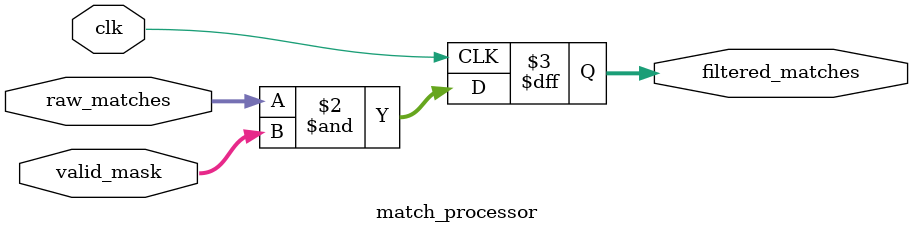
<source format=v>
module cam_valid_mask #(
    parameter WIDTH = 12,
    parameter DEPTH = 64
)(
    input wire clk,
    input wire write_en,
    input wire [$clog2(DEPTH)-1:0] write_addr,
    input wire [WIDTH-1:0] write_data,
    input wire [WIDTH-1:0] data_in,
    input wire [DEPTH-1:0] valid_mask,
    output wire [DEPTH-1:0] match_lines
);
    // 内部信号
    wire [WIDTH-1:0] data_in_pipe;
    wire [DEPTH-1:0] valid_mask_pipe;
    wire [DEPTH-1:0] raw_matches;
    
    // 优化的输入流水管理模块
    input_stage #(
        .WIDTH(WIDTH),
        .DEPTH(DEPTH)
    ) u_input_stage (
        .clk(clk),
        .data_in(data_in),
        .valid_mask(valid_mask),
        .data_out(data_in_pipe),
        .valid_mask_out(valid_mask_pipe)
    );
    
    // 优化的CAM核心逻辑模块
    cam_core #(
        .WIDTH(WIDTH),
        .DEPTH(DEPTH)
    ) u_cam_core (
        .clk(clk),
        .write_en(write_en),
        .write_addr(write_addr),
        .write_data(write_data),
        .compare_data(data_in_pipe),
        .match_results(raw_matches)
    );
    
    // 优化的匹配结果处理模块
    match_processor #(
        .DEPTH(DEPTH)
    ) u_match_processor (
        .clk(clk),
        .raw_matches(raw_matches),
        .valid_mask(valid_mask_pipe),
        .filtered_matches(match_lines)
    );
endmodule

// 输入阶段模块 - 负责输入数据与掩码的寄存与可能的预处理
module input_stage #(
    parameter WIDTH = 12,
    parameter DEPTH = 64
)(
    input wire clk,
    input wire [WIDTH-1:0] data_in,
    input wire [DEPTH-1:0] valid_mask,
    output reg [WIDTH-1:0] data_out,
    output reg [DEPTH-1:0] valid_mask_out
);
    // 优化的流水线寄存器 - 使用单一时钟域
    always @(posedge clk) begin
        data_out <= data_in;
        valid_mask_out <= valid_mask;
    end
endmodule

// CAM核心模块 - 专注于存储和比较功能
module cam_core #(
    parameter WIDTH = 12,
    parameter DEPTH = 64
)(
    input wire clk,
    input wire write_en,
    input wire [$clog2(DEPTH)-1:0] write_addr,
    input wire [WIDTH-1:0] write_data,
    input wire [WIDTH-1:0] compare_data,
    output reg [DEPTH-1:0] match_results
);
    // CAM存储单元
    reg [WIDTH-1:0] cam_mem [0:DEPTH-1];
    
    // 写入逻辑优化 - 单周期写入
    always @(posedge clk) begin
        if (write_en)
            cam_mem[write_addr] <= write_data;
    end
    
    // 比较逻辑优化 - 使用生成循环代替always中的循环提高性能
    genvar i;
    generate
        for (i = 0; i < DEPTH; i = i + 1) begin : compare_blocks
            always @(posedge clk) begin
                match_results[i] <= (cam_mem[i] == compare_data);
            end
        end
    endgenerate
endmodule

// 匹配处理模块 - 负责掩码应用及可能的后处理
module match_processor #(
    parameter DEPTH = 64
)(
    input wire clk,
    input wire [DEPTH-1:0] raw_matches,
    input wire [DEPTH-1:0] valid_mask,
    output reg [DEPTH-1:0] filtered_matches
);
    // 掩码应用逻辑优化 - 使用位操作提高效率
    always @(posedge clk) begin
        filtered_matches <= raw_matches & valid_mask;
    end
endmodule
</source>
